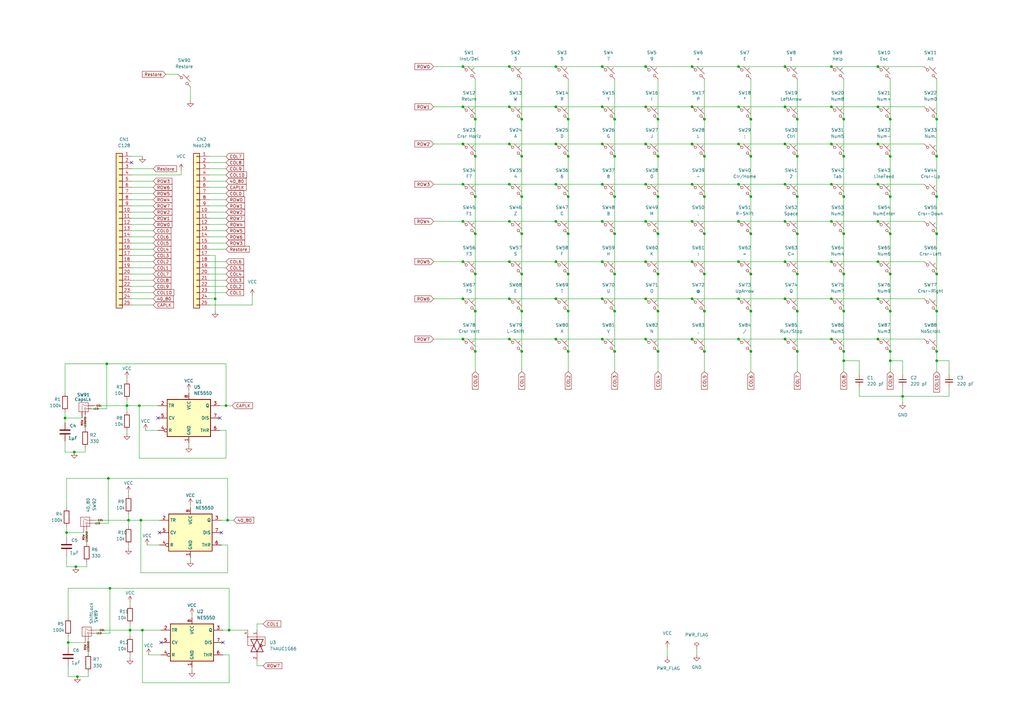
<source format=kicad_sch>
(kicad_sch (version 20211123) (generator eeschema)
  (paper "A3")
  (junction (at 370.205 162.56) (diameter 0.9144))
  (junction (at 43.815 149.225))
  (junction (at 321.945 59.055) (diameter 0.9144))
  (junction (at 227.965 43.815) (diameter 0.9144))
  (junction (at 26.67 171.45))
  (junction (at 321.945 27.305) (diameter 0.9144))
  (junction (at 360.045 75.565) (diameter 0.9144))
  (junction (at 233.045 80.645) (diameter 0.9144))
  (junction (at 247.015 27.305) (diameter 0.9144))
  (junction (at 302.895 43.815) (diameter 0.9144))
  (junction (at 27.94 263.525))
  (junction (at 57.785 213.36))
  (junction (at 227.965 107.315) (diameter 0.9144))
  (junction (at 288.925 144.145) (diameter 0.9144))
  (junction (at 264.795 27.305) (diameter 0.9144))
  (junction (at 194.945 144.145) (diameter 0.9144))
  (junction (at 227.965 122.555) (diameter 0.9144))
  (junction (at 269.875 64.135) (diameter 0.9144))
  (junction (at 307.975 127.635) (diameter 0.9144))
  (junction (at 189.865 107.315) (diameter 0.9144))
  (junction (at 208.915 27.305) (diameter 0.9144))
  (junction (at 247.015 107.315) (diameter 0.9144))
  (junction (at 283.845 75.565) (diameter 0.9144))
  (junction (at 346.075 64.135) (diameter 0.9144))
  (junction (at 208.915 43.815) (diameter 0.9144))
  (junction (at 327.025 144.145) (diameter 0.9144))
  (junction (at 340.995 107.315) (diameter 0.9144))
  (junction (at 227.965 59.055) (diameter 0.9144))
  (junction (at 321.945 139.065) (diameter 0.9144))
  (junction (at 213.995 48.895) (diameter 0.9144))
  (junction (at 57.15 166.37))
  (junction (at 283.845 139.065) (diameter 0.9144))
  (junction (at 360.045 90.805) (diameter 0.9144))
  (junction (at 302.895 59.055) (diameter 0.9144))
  (junction (at 288.925 80.645) (diameter 0.9144))
  (junction (at 58.42 258.445))
  (junction (at 227.965 139.065) (diameter 0.9144))
  (junction (at 340.995 90.805) (diameter 0.9144))
  (junction (at 189.865 139.065) (diameter 0.9144))
  (junction (at 384.175 64.135) (diameter 0.9144))
  (junction (at 307.975 112.395) (diameter 0.9144))
  (junction (at 307.975 80.645) (diameter 0.9144))
  (junction (at 52.07 166.37))
  (junction (at 247.015 59.055) (diameter 0.9144))
  (junction (at 264.795 107.315) (diameter 0.9144))
  (junction (at 213.995 112.395) (diameter 0.9144))
  (junction (at 365.125 144.145) (diameter 0.9144))
  (junction (at 288.925 127.635) (diameter 0.9144))
  (junction (at 252.095 48.895) (diameter 0.9144))
  (junction (at 288.925 64.135) (diameter 0.9144))
  (junction (at 340.995 59.055) (diameter 0.9144))
  (junction (at 247.015 139.065) (diameter 0.9144))
  (junction (at 307.975 144.145) (diameter 0.9144))
  (junction (at 233.045 64.135) (diameter 0.9144))
  (junction (at 360.045 59.055) (diameter 0.9144))
  (junction (at 360.045 107.315) (diameter 0.9144))
  (junction (at 340.995 122.555) (diameter 0.9144))
  (junction (at 189.865 122.555) (diameter 0.9144))
  (junction (at 346.075 80.645) (diameter 0.9144))
  (junction (at 93.345 213.36))
  (junction (at 189.865 27.305))
  (junction (at 321.945 90.805) (diameter 0.9144))
  (junction (at 208.915 122.555) (diameter 0.9144))
  (junction (at 340.995 139.065) (diameter 0.9144))
  (junction (at 346.075 127.635) (diameter 0.9144))
  (junction (at 346.075 147.955) (diameter 0.9144))
  (junction (at 264.795 90.805) (diameter 0.9144))
  (junction (at 194.945 80.645) (diameter 0.9144))
  (junction (at 208.915 139.065) (diameter 0.9144))
  (junction (at 288.925 95.885) (diameter 0.9144))
  (junction (at 327.025 80.645) (diameter 0.9144))
  (junction (at 384.175 127.635) (diameter 0.9144))
  (junction (at 233.045 127.635) (diameter 0.9144))
  (junction (at 247.015 122.555) (diameter 0.9144))
  (junction (at 252.095 112.395) (diameter 0.9144))
  (junction (at 340.995 43.815) (diameter 0.9144))
  (junction (at 213.995 127.635) (diameter 0.9144))
  (junction (at 233.045 112.395) (diameter 0.9144))
  (junction (at 264.795 59.055) (diameter 0.9144))
  (junction (at 45.085 241.3))
  (junction (at 360.045 43.815) (diameter 0.9144))
  (junction (at 213.995 64.135) (diameter 0.9144))
  (junction (at 340.995 27.305) (diameter 0.9144))
  (junction (at 194.945 112.395) (diameter 0.9144))
  (junction (at 288.925 48.895) (diameter 0.9144))
  (junction (at 384.175 95.885) (diameter 0.9144))
  (junction (at 327.025 64.135) (diameter 0.9144))
  (junction (at 88.265 122.555) (diameter 0.9144))
  (junction (at 283.845 59.055) (diameter 0.9144))
  (junction (at 384.175 112.395) (diameter 0.9144))
  (junction (at 321.945 75.565) (diameter 0.9144))
  (junction (at 208.915 90.805) (diameter 0.9144))
  (junction (at 283.845 90.805) (diameter 0.9144))
  (junction (at 252.095 127.635) (diameter 0.9144))
  (junction (at 252.095 80.645) (diameter 0.9144))
  (junction (at 269.875 80.645) (diameter 0.9144))
  (junction (at 327.025 112.395) (diameter 0.9144))
  (junction (at 53.34 258.445))
  (junction (at 269.875 112.395) (diameter 0.9144))
  (junction (at 233.045 48.895) (diameter 0.9144))
  (junction (at 208.915 107.315) (diameter 0.9144))
  (junction (at 247.015 43.815) (diameter 0.9144))
  (junction (at 365.125 127.635) (diameter 0.9144))
  (junction (at 321.945 107.315) (diameter 0.9144))
  (junction (at 31.115 232.41))
  (junction (at 360.045 139.065) (diameter 0.9144))
  (junction (at 307.975 95.885) (diameter 0.9144))
  (junction (at 93.98 258.445))
  (junction (at 213.995 144.145) (diameter 0.9144))
  (junction (at 283.845 122.555) (diameter 0.9144))
  (junction (at 365.125 147.955) (diameter 0.9144))
  (junction (at 346.075 144.145) (diameter 0.9144))
  (junction (at 321.945 43.815) (diameter 0.9144))
  (junction (at 252.095 95.885) (diameter 0.9144))
  (junction (at 233.045 95.885) (diameter 0.9144))
  (junction (at 264.795 139.065) (diameter 0.9144))
  (junction (at 208.915 75.565) (diameter 0.9144))
  (junction (at 360.045 122.555) (diameter 0.9144))
  (junction (at 189.865 75.565) (diameter 0.9144))
  (junction (at 346.075 95.885) (diameter 0.9144))
  (junction (at 327.025 127.635) (diameter 0.9144))
  (junction (at 321.945 122.555) (diameter 0.9144))
  (junction (at 283.845 27.305) (diameter 0.9144))
  (junction (at 252.095 144.145) (diameter 0.9144))
  (junction (at 283.845 43.815) (diameter 0.9144))
  (junction (at 227.965 75.565) (diameter 0.9144))
  (junction (at 44.45 196.215))
  (junction (at 302.895 27.305) (diameter 0.9144))
  (junction (at 365.125 48.895) (diameter 0.9144))
  (junction (at 213.995 80.645) (diameter 0.9144))
  (junction (at 384.175 147.955) (diameter 0.9144))
  (junction (at 194.945 95.885) (diameter 0.9144))
  (junction (at 307.975 64.135) (diameter 0.9144))
  (junction (at 307.975 48.895) (diameter 0.9144))
  (junction (at 264.795 122.555) (diameter 0.9144))
  (junction (at 340.995 75.565) (diameter 0.9144))
  (junction (at 365.125 95.885) (diameter 0.9144))
  (junction (at 327.025 48.895) (diameter 0.9144))
  (junction (at 194.945 48.895))
  (junction (at 365.125 112.395) (diameter 0.9144))
  (junction (at 264.795 75.565) (diameter 0.9144))
  (junction (at 30.48 185.42))
  (junction (at 208.915 59.055) (diameter 0.9144))
  (junction (at 264.795 43.815) (diameter 0.9144))
  (junction (at 302.895 122.555) (diameter 0.9144))
  (junction (at 233.045 144.145) (diameter 0.9144))
  (junction (at 194.945 64.135) (diameter 0.9144))
  (junction (at 346.075 48.895) (diameter 0.9144))
  (junction (at 189.865 43.815))
  (junction (at 189.865 59.055) (diameter 0.9144))
  (junction (at 384.175 48.895) (diameter 0.9144))
  (junction (at 213.995 95.885) (diameter 0.9144))
  (junction (at 302.895 90.805) (diameter 0.9144))
  (junction (at 247.015 75.565) (diameter 0.9144))
  (junction (at 302.895 75.565) (diameter 0.9144))
  (junction (at 360.045 27.305) (diameter 0.9144))
  (junction (at 302.895 107.315) (diameter 0.9144))
  (junction (at 283.845 107.315) (diameter 0.9144))
  (junction (at 269.875 144.145) (diameter 0.9144))
  (junction (at 269.875 127.635) (diameter 0.9144))
  (junction (at 346.075 112.395) (diameter 0.9144))
  (junction (at 269.875 48.895) (diameter 0.9144))
  (junction (at 194.945 127.635) (diameter 0.9144))
  (junction (at 227.965 27.305) (diameter 0.9144))
  (junction (at 384.175 144.145) (diameter 0.9144))
  (junction (at 52.705 213.36))
  (junction (at 269.875 95.885) (diameter 0.9144))
  (junction (at 384.175 80.645) (diameter 0.9144))
  (junction (at 302.895 139.065) (diameter 0.9144))
  (junction (at 327.025 95.885) (diameter 0.9144))
  (junction (at 247.015 90.805) (diameter 0.9144))
  (junction (at 365.125 64.135) (diameter 0.9144))
  (junction (at 189.865 90.805) (diameter 0.9144))
  (junction (at 227.965 90.805) (diameter 0.9144))
  (junction (at 365.125 80.645) (diameter 0.9144))
  (junction (at 252.095 64.135) (diameter 0.9144))
  (junction (at 27.305 218.44))
  (junction (at 31.75 277.495))
  (junction (at 288.925 112.395) (diameter 0.9144))
  (junction (at 92.71 166.37))
  (no_connect (at 90.805 218.44))
  (no_connect (at 64.77 171.45))
  (no_connect (at 90.17 171.45))
  (no_connect (at 53.975 66.675))
  (no_connect (at 65.405 218.44))
  (no_connect (at 66.04 263.525))
  (no_connect (at 91.44 263.525))
  (wire (pts (xy 78.105 207.01) (xy 78.105 208.28)))
  (wire (pts (xy 194.945 32.385) (xy 194.945 48.895)))
  (wire (pts (xy 194.945 64.135) (xy 194.945 80.645)))
  (wire (pts (xy 194.945 80.645) (xy 194.945 95.885)))
  (wire (pts (xy 194.945 95.885) (xy 194.945 112.395)))
  (wire (pts (xy 194.945 112.395) (xy 194.945 127.635)))
  (wire (pts (xy 194.945 127.635) (xy 194.945 144.145)))
  (wire (pts (xy 194.945 144.145) (xy 194.945 152.4)))
  (wire (pts (xy 389.255 158.75) (xy 389.255 162.56)))
  (wire (pts (xy 389.255 162.56) (xy 370.205 162.56)))
  (wire (pts (xy 90.17 176.53) (xy 92.71 176.53)))
  (wire (pts (xy 27.305 232.41) (xy 31.115 232.41)))
  (wire (pts (xy 35.56 232.41) (xy 31.115 232.41)))
  (wire (pts (xy 53.975 120.015) (xy 62.865 120.015)))
  (wire (pts (xy 39.37 213.36) (xy 52.705 213.36)))
  (wire (pts (xy 58.42 280.035) (xy 58.42 258.445)))
  (wire (pts (xy 52.07 166.37) (xy 52.07 168.91)))
  (wire (pts (xy 53.975 79.375) (xy 62.865 79.375)))
  (wire (pts (xy 57.785 234.95) (xy 57.785 213.36)))
  (wire (pts (xy 38.735 166.37) (xy 52.07 166.37)))
  (wire (pts (xy 36.195 277.495) (xy 31.75 277.495)))
  (wire (pts (xy 352.425 147.955) (xy 346.075 147.955)))
  (wire (pts (xy 352.425 153.67) (xy 352.425 147.955)))
  (wire (pts (xy 27.94 263.525) (xy 34.925 263.525)))
  (wire (pts (xy 288.925 32.385) (xy 288.925 48.895)))
  (wire (pts (xy 288.925 48.895) (xy 288.925 64.135)))
  (wire (pts (xy 288.925 64.135) (xy 288.925 80.645)))
  (wire (pts (xy 288.925 80.645) (xy 288.925 95.885)))
  (wire (pts (xy 288.925 95.885) (xy 288.925 112.395)))
  (wire (pts (xy 288.925 112.395) (xy 288.925 127.635)))
  (wire (pts (xy 288.925 127.635) (xy 288.925 144.145)))
  (wire (pts (xy 288.925 144.145) (xy 288.925 152.4)))
  (wire (pts (xy 27.305 227.965) (xy 27.305 232.41)))
  (wire (pts (xy 52.07 166.37) (xy 57.15 166.37)))
  (wire (pts (xy 53.975 86.995) (xy 62.865 86.995)))
  (wire (pts (xy 34.925 183.515) (xy 34.925 185.42)))
  (wire (pts (xy 67.945 30.48) (xy 73.025 30.48)))
  (wire (pts (xy 53.975 122.555) (xy 62.865 122.555)))
  (wire (pts (xy 85.725 74.295) (xy 92.71 74.295)))
  (wire (pts (xy 189.865 27.305) (xy 208.915 27.305)))
  (wire (pts (xy 27.94 260.985) (xy 27.94 263.525)))
  (wire (pts (xy 40.005 258.445) (xy 53.34 258.445)))
  (wire (pts (xy 52.07 154.94) (xy 52.07 156.21)))
  (wire (pts (xy 26.67 149.225) (xy 43.815 149.225)))
  (wire (pts (xy 352.425 158.75) (xy 352.425 162.56)))
  (wire (pts (xy 352.425 162.56) (xy 370.205 162.56)))
  (wire (pts (xy 53.975 104.775) (xy 62.865 104.775)))
  (wire (pts (xy 78.74 252.095) (xy 78.74 253.365)))
  (wire (pts (xy 57.785 213.36) (xy 65.405 213.36)))
  (wire (pts (xy 88.265 104.775) (xy 85.725 104.775)))
  (wire (pts (xy 88.265 122.555) (xy 88.265 104.775)))
  (wire (pts (xy 88.265 127.635) (xy 88.265 122.555)))
  (wire (pts (xy 53.975 71.755) (xy 74.295 71.755)))
  (wire (pts (xy 74.295 71.755) (xy 74.295 69.85)))
  (wire (pts (xy 213.995 32.385) (xy 213.995 48.895)))
  (wire (pts (xy 213.995 48.895) (xy 213.995 64.135)))
  (wire (pts (xy 213.995 64.135) (xy 213.995 80.645)))
  (wire (pts (xy 213.995 80.645) (xy 213.995 95.885)))
  (wire (pts (xy 213.995 95.885) (xy 213.995 112.395)))
  (wire (pts (xy 213.995 112.395) (xy 213.995 127.635)))
  (wire (pts (xy 213.995 127.635) (xy 213.995 144.145)))
  (wire (pts (xy 213.995 144.145) (xy 213.995 152.4)))
  (wire (pts (xy 105.41 255.905) (xy 107.95 255.905)))
  (wire (pts (xy 57.15 166.37) (xy 64.77 166.37)))
  (wire (pts (xy 85.725 71.755) (xy 92.71 71.755)))
  (wire (pts (xy 194.945 48.895) (xy 194.945 64.135)))
  (wire (pts (xy 77.47 181.61) (xy 77.47 182.88)))
  (wire (pts (xy 285.75 266.065) (xy 285.75 268.605)))
  (wire (pts (xy 177.8 107.315) (xy 189.865 107.315)))
  (wire (pts (xy 189.865 107.315) (xy 208.915 107.315)))
  (wire (pts (xy 208.915 107.315) (xy 227.965 107.315)))
  (wire (pts (xy 227.965 107.315) (xy 247.015 107.315)))
  (wire (pts (xy 247.015 107.315) (xy 264.795 107.315)))
  (wire (pts (xy 264.795 107.315) (xy 283.845 107.315)))
  (wire (pts (xy 283.845 107.315) (xy 302.895 107.315)))
  (wire (pts (xy 302.895 107.315) (xy 321.945 107.315)))
  (wire (pts (xy 321.945 107.315) (xy 340.995 107.315)))
  (wire (pts (xy 340.995 107.315) (xy 360.045 107.315)))
  (wire (pts (xy 360.045 107.315) (xy 379.095 107.315)))
  (wire (pts (xy 177.8 139.065) (xy 189.865 139.065)))
  (wire (pts (xy 189.865 139.065) (xy 208.915 139.065)))
  (wire (pts (xy 208.915 139.065) (xy 227.965 139.065)))
  (wire (pts (xy 227.965 139.065) (xy 247.015 139.065)))
  (wire (pts (xy 247.015 139.065) (xy 264.795 139.065)))
  (wire (pts (xy 264.795 139.065) (xy 283.845 139.065)))
  (wire (pts (xy 283.845 139.065) (xy 302.895 139.065)))
  (wire (pts (xy 302.895 139.065) (xy 321.945 139.065)))
  (wire (pts (xy 321.945 139.065) (xy 340.995 139.065)))
  (wire (pts (xy 340.995 139.065) (xy 360.045 139.065)))
  (wire (pts (xy 360.045 139.065) (xy 379.095 139.065)))
  (wire (pts (xy 26.67 180.975) (xy 26.67 185.42)))
  (wire (pts (xy 78.74 273.685) (xy 78.74 274.955)))
  (wire (pts (xy 36.195 262.255) (xy 36.195 267.97)))
  (wire (pts (xy 53.975 109.855) (xy 62.865 109.855)))
  (wire (pts (xy 85.725 122.555) (xy 88.265 122.555)))
  (wire (pts (xy 52.07 163.83) (xy 52.07 166.37)))
  (wire (pts (xy 85.725 76.835) (xy 92.71 76.835)))
  (wire (pts (xy 65.405 223.52) (xy 60.325 223.52)))
  (wire (pts (xy 93.98 258.445) (xy 101.6 258.445)))
  (wire (pts (xy 78.105 35.56) (xy 78.105 41.275)))
  (wire (pts (xy 53.975 76.835) (xy 62.865 76.835)))
  (wire (pts (xy 78.105 228.6) (xy 78.105 229.87)))
  (wire (pts (xy 327.025 32.385) (xy 327.025 48.895)))
  (wire (pts (xy 327.025 48.895) (xy 327.025 64.135)))
  (wire (pts (xy 327.025 64.135) (xy 327.025 80.645)))
  (wire (pts (xy 327.025 80.645) (xy 327.025 95.885)))
  (wire (pts (xy 327.025 95.885) (xy 327.025 112.395)))
  (wire (pts (xy 327.025 112.395) (xy 327.025 127.635)))
  (wire (pts (xy 327.025 127.635) (xy 327.025 144.145)))
  (wire (pts (xy 327.025 144.145) (xy 327.025 152.4)))
  (wire (pts (xy 53.34 247.015) (xy 53.34 248.285)))
  (wire (pts (xy 34.925 185.42) (xy 30.48 185.42)))
  (wire (pts (xy 85.725 102.235) (xy 92.71 102.235)))
  (wire (pts (xy 44.45 196.215) (xy 93.345 196.215)))
  (wire (pts (xy 93.98 268.605) (xy 93.98 280.035)))
  (wire (pts (xy 307.975 32.385) (xy 307.975 48.895)))
  (wire (pts (xy 307.975 48.895) (xy 307.975 64.135)))
  (wire (pts (xy 307.975 64.135) (xy 307.975 80.645)))
  (wire (pts (xy 307.975 80.645) (xy 307.975 95.885)))
  (wire (pts (xy 307.975 95.885) (xy 307.975 112.395)))
  (wire (pts (xy 307.975 112.395) (xy 307.975 127.635)))
  (wire (pts (xy 307.975 127.635) (xy 307.975 144.145)))
  (wire (pts (xy 307.975 144.145) (xy 307.975 152.4)))
  (wire (pts (xy 44.45 214.63) (xy 44.45 196.215)))
  (wire (pts (xy 53.34 258.445) (xy 58.42 258.445)))
  (wire (pts (xy 52.705 213.36) (xy 52.705 215.9)))
  (wire (pts (xy 85.725 107.315) (xy 92.71 107.315)))
  (wire (pts (xy 85.725 86.995) (xy 92.71 86.995)))
  (wire (pts (xy 269.875 32.385) (xy 269.875 48.895)))
  (wire (pts (xy 269.875 48.895) (xy 269.875 64.135)))
  (wire (pts (xy 269.875 64.135) (xy 269.875 80.645)))
  (wire (pts (xy 269.875 80.645) (xy 269.875 95.885)))
  (wire (pts (xy 269.875 95.885) (xy 269.875 112.395)))
  (wire (pts (xy 269.875 112.395) (xy 269.875 127.635)))
  (wire (pts (xy 269.875 127.635) (xy 269.875 144.145)))
  (wire (pts (xy 269.875 144.145) (xy 269.875 152.4)))
  (wire (pts (xy 27.305 218.44) (xy 27.305 220.345)))
  (wire (pts (xy 26.67 185.42) (xy 30.48 185.42)))
  (wire (pts (xy 93.98 280.035) (xy 58.42 280.035)))
  (wire (pts (xy 52.705 223.52) (xy 52.705 224.79)))
  (wire (pts (xy 52.705 201.93) (xy 52.705 203.2)))
  (wire (pts (xy 384.175 32.385) (xy 384.175 48.895)))
  (wire (pts (xy 384.175 48.895) (xy 384.175 64.135)))
  (wire (pts (xy 384.175 64.135) (xy 384.175 80.645)))
  (wire (pts (xy 384.175 80.645) (xy 384.175 95.885)))
  (wire (pts (xy 384.175 95.885) (xy 384.175 112.395)))
  (wire (pts (xy 384.175 112.395) (xy 384.175 127.635)))
  (wire (pts (xy 384.175 127.635) (xy 384.175 144.145)))
  (wire (pts (xy 384.175 144.145) (xy 384.175 147.955)))
  (wire (pts (xy 384.175 147.955) (xy 384.175 152.4)))
  (wire (pts (xy 85.725 84.455) (xy 92.71 84.455)))
  (wire (pts (xy 27.94 263.525) (xy 27.94 265.43)))
  (wire (pts (xy 27.305 208.28) (xy 27.305 196.215)))
  (wire (pts (xy 53.975 97.155) (xy 62.865 97.155)))
  (wire (pts (xy 92.71 166.37) (xy 90.17 166.37)))
  (wire (pts (xy 370.205 158.75) (xy 370.205 162.56)))
  (wire (pts (xy 370.205 162.56) (xy 370.205 165.1)))
  (wire (pts (xy 252.095 32.385) (xy 252.095 48.895)))
  (wire (pts (xy 252.095 48.895) (xy 252.095 64.135)))
  (wire (pts (xy 252.095 64.135) (xy 252.095 80.645)))
  (wire (pts (xy 252.095 80.645) (xy 252.095 95.885)))
  (wire (pts (xy 252.095 95.885) (xy 252.095 112.395)))
  (wire (pts (xy 252.095 112.395) (xy 252.095 127.635)))
  (wire (pts (xy 252.095 127.635) (xy 252.095 144.145)))
  (wire (pts (xy 252.095 144.145) (xy 252.095 152.4)))
  (wire (pts (xy 45.085 259.715) (xy 45.085 241.3)))
  (wire (pts (xy 370.205 147.955) (xy 365.125 147.955)))
  (wire (pts (xy 370.205 153.67) (xy 370.205 147.955)))
  (wire (pts (xy 389.255 147.955) (xy 384.175 147.955)))
  (wire (pts (xy 389.255 153.67) (xy 389.255 147.955)))
  (wire (pts (xy 85.725 117.475) (xy 92.71 117.475)))
  (wire (pts (xy 93.98 241.3) (xy 93.98 258.445)))
  (wire (pts (xy 85.725 79.375) (xy 92.71 79.375)))
  (wire (pts (xy 36.195 275.59) (xy 36.195 277.495)))
  (wire (pts (xy 26.67 161.29) (xy 26.67 149.225)))
  (wire (pts (xy 27.94 273.05) (xy 27.94 277.495)))
  (wire (pts (xy 53.975 94.615) (xy 62.865 94.615)))
  (wire (pts (xy 53.975 117.475) (xy 62.865 117.475)))
  (wire (pts (xy 346.075 32.385) (xy 346.075 48.895)))
  (wire (pts (xy 346.075 48.895) (xy 346.075 64.135)))
  (wire (pts (xy 346.075 64.135) (xy 346.075 80.645)))
  (wire (pts (xy 346.075 80.645) (xy 346.075 95.885)))
  (wire (pts (xy 346.075 95.885) (xy 346.075 112.395)))
  (wire (pts (xy 346.075 112.395) (xy 346.075 127.635)))
  (wire (pts (xy 346.075 127.635) (xy 346.075 144.145)))
  (wire (pts (xy 346.075 144.145) (xy 346.075 147.955)))
  (wire (pts (xy 346.075 147.955) (xy 346.075 152.4)))
  (wire (pts (xy 34.925 170.18) (xy 34.925 175.895)))
  (wire (pts (xy 27.305 218.44) (xy 34.29 218.44)))
  (wire (pts (xy 93.345 196.215) (xy 93.345 213.36)))
  (wire (pts (xy 53.34 258.445) (xy 53.34 260.985)))
  (wire (pts (xy 53.975 114.935) (xy 62.865 114.935)))
  (wire (pts (xy 53.975 125.095) (xy 62.865 125.095)))
  (wire (pts (xy 177.8 59.055) (xy 189.865 59.055)))
  (wire (pts (xy 189.865 59.055) (xy 208.915 59.055)))
  (wire (pts (xy 208.915 59.055) (xy 227.965 59.055)))
  (wire (pts (xy 227.965 59.055) (xy 247.015 59.055)))
  (wire (pts (xy 247.015 59.055) (xy 264.795 59.055)))
  (wire (pts (xy 264.795 59.055) (xy 283.845 59.055)))
  (wire (pts (xy 283.845 59.055) (xy 302.895 59.055)))
  (wire (pts (xy 302.895 59.055) (xy 321.945 59.055)))
  (wire (pts (xy 321.945 59.055) (xy 340.995 59.055)))
  (wire (pts (xy 340.995 59.055) (xy 360.045 59.055)))
  (wire (pts (xy 360.045 59.055) (xy 379.095 59.055)))
  (wire (pts (xy 53.975 74.295) (xy 62.865 74.295)))
  (wire (pts (xy 53.34 268.605) (xy 53.34 269.875)))
  (wire (pts (xy 43.815 167.64) (xy 43.815 149.225)))
  (wire (pts (xy 53.975 99.695) (xy 62.865 99.695)))
  (wire (pts (xy 85.725 120.015) (xy 92.71 120.015)))
  (wire (pts (xy 177.8 122.555) (xy 189.865 122.555)))
  (wire (pts (xy 189.865 122.555) (xy 208.915 122.555)))
  (wire (pts (xy 208.915 122.555) (xy 227.965 122.555)))
  (wire (pts (xy 227.965 122.555) (xy 247.015 122.555)))
  (wire (pts (xy 247.015 122.555) (xy 264.795 122.555)))
  (wire (pts (xy 264.795 122.555) (xy 283.845 122.555)))
  (wire (pts (xy 283.845 122.555) (xy 302.895 122.555)))
  (wire (pts (xy 302.895 122.555) (xy 321.945 122.555)))
  (wire (pts (xy 321.945 122.555) (xy 340.995 122.555)))
  (wire (pts (xy 340.995 122.555) (xy 360.045 122.555)))
  (wire (pts (xy 360.045 122.555) (xy 379.095 122.555)))
  (wire (pts (xy 233.045 32.385) (xy 233.045 48.895)))
  (wire (pts (xy 233.045 48.895) (xy 233.045 64.135)))
  (wire (pts (xy 233.045 64.135) (xy 233.045 80.645)))
  (wire (pts (xy 233.045 80.645) (xy 233.045 95.885)))
  (wire (pts (xy 233.045 95.885) (xy 233.045 112.395)))
  (wire (pts (xy 233.045 112.395) (xy 233.045 127.635)))
  (wire (pts (xy 233.045 127.635) (xy 233.045 144.145)))
  (wire (pts (xy 233.045 144.145) (xy 233.045 152.4)))
  (wire (pts (xy 177.8 75.565) (xy 189.865 75.565)))
  (wire (pts (xy 189.865 75.565) (xy 208.915 75.565)))
  (wire (pts (xy 208.915 75.565) (xy 227.965 75.565)))
  (wire (pts (xy 227.965 75.565) (xy 247.015 75.565)))
  (wire (pts (xy 247.015 75.565) (xy 264.795 75.565)))
  (wire (pts (xy 264.795 75.565) (xy 283.845 75.565)))
  (wire (pts (xy 283.845 75.565) (xy 302.895 75.565)))
  (wire (pts (xy 302.895 75.565) (xy 321.945 75.565)))
  (wire (pts (xy 321.945 75.565) (xy 340.995 75.565)))
  (wire (pts (xy 340.995 75.565) (xy 360.045 75.565)))
  (wire (pts (xy 360.045 75.565) (xy 379.095 75.565)))
  (wire (pts (xy 66.04 268.605) (xy 60.96 268.605)))
  (wire (pts (xy 53.975 112.395) (xy 62.865 112.395)))
  (wire (pts (xy 27.94 253.365) (xy 27.94 241.3)))
  (wire (pts (xy 85.725 94.615) (xy 92.71 94.615)))
  (wire (pts (xy 27.94 241.3) (xy 45.085 241.3)))
  (wire (pts (xy 26.67 168.91) (xy 26.67 171.45)))
  (wire (pts (xy 92.71 166.37) (xy 95.25 166.37)))
  (wire (pts (xy 105.41 273.05) (xy 105.41 271.145)))
  (wire (pts (xy 53.975 69.215) (xy 62.865 69.215)))
  (wire (pts (xy 53.975 102.235) (xy 62.865 102.235)))
  (wire (pts (xy 58.42 258.445) (xy 66.04 258.445)))
  (wire (pts (xy 52.705 213.36) (xy 57.785 213.36)))
  (wire (pts (xy 93.345 213.36) (xy 90.805 213.36)))
  (wire (pts (xy 77.47 160.02) (xy 77.47 161.29)))
  (wire (pts (xy 85.725 66.675) (xy 92.71 66.675)))
  (wire (pts (xy 85.725 89.535) (xy 92.71 89.535)))
  (wire (pts (xy 53.975 84.455) (xy 62.865 84.455)))
  (wire (pts (xy 53.975 92.075) (xy 62.865 92.075)))
  (wire (pts (xy 365.125 32.385) (xy 365.125 48.895)))
  (wire (pts (xy 365.125 48.895) (xy 365.125 64.135)))
  (wire (pts (xy 365.125 64.135) (xy 365.125 80.645)))
  (wire (pts (xy 365.125 80.645) (xy 365.125 95.885)))
  (wire (pts (xy 365.125 95.885) (xy 365.125 112.395)))
  (wire (pts (xy 365.125 112.395) (xy 365.125 127.635)))
  (wire (pts (xy 365.125 127.635) (xy 365.125 144.145)))
  (wire (pts (xy 365.125 144.145) (xy 365.125 147.955)))
  (wire (pts (xy 365.125 147.955) (xy 365.125 152.4)))
  (wire (pts (xy 91.44 268.605) (xy 93.98 268.605)))
  (wire (pts (xy 52.705 210.82) (xy 52.705 213.36)))
  (wire (pts (xy 45.085 241.3) (xy 93.98 241.3)))
  (wire (pts (xy 107.95 273.05) (xy 105.41 273.05)))
  (wire (pts (xy 93.345 213.36) (xy 95.885 213.36)))
  (wire (pts (xy 103.505 121.285) (xy 103.505 125.095)))
  (wire (pts (xy 103.505 125.095) (xy 85.725 125.095)))
  (wire (pts (xy 52.07 176.53) (xy 52.07 177.8)))
  (wire (pts (xy 26.67 171.45) (xy 33.655 171.45)))
  (wire (pts (xy 43.815 149.225) (xy 92.71 149.225)))
  (wire (pts (xy 85.725 99.695) (xy 92.71 99.695)))
  (wire (pts (xy 93.98 258.445) (xy 91.44 258.445)))
  (wire (pts (xy 53.34 255.905) (xy 53.34 258.445)))
  (wire (pts (xy 90.805 223.52) (xy 93.345 223.52)))
  (wire (pts (xy 93.345 234.95) (xy 57.785 234.95)))
  (wire (pts (xy 35.56 217.17) (xy 35.56 222.885)))
  (wire (pts (xy 85.725 109.855) (xy 92.71 109.855)))
  (wire (pts (xy 53.975 89.535) (xy 62.865 89.535)))
  (wire (pts (xy 85.725 92.075) (xy 92.71 92.075)))
  (wire (pts (xy 53.975 107.315) (xy 62.865 107.315)))
  (wire (pts (xy 177.8 27.305) (xy 189.865 27.305)))
  (wire (pts (xy 208.915 27.305) (xy 227.965 27.305)))
  (wire (pts (xy 227.965 27.305) (xy 247.015 27.305)))
  (wire (pts (xy 247.015 27.305) (xy 264.795 27.305)))
  (wire (pts (xy 264.795 27.305) (xy 283.845 27.305)))
  (wire (pts (xy 283.845 27.305) (xy 302.895 27.305)))
  (wire (pts (xy 302.895 27.305) (xy 321.945 27.305)))
  (wire (pts (xy 321.945 27.305) (xy 340.995 27.305)))
  (wire (pts (xy 340.995 27.305) (xy 360.045 27.305)))
  (wire (pts (xy 360.045 27.305) (xy 379.095 27.305)))
  (wire (pts (xy 38.735 259.715) (xy 45.085 259.715)))
  (wire (pts (xy 57.15 187.96) (xy 57.15 166.37)))
  (wire (pts (xy 53.975 64.135) (xy 58.42 64.135)))
  (wire (pts (xy 177.8 90.805) (xy 189.865 90.805)))
  (wire (pts (xy 189.865 90.805) (xy 208.915 90.805)))
  (wire (pts (xy 208.915 90.805) (xy 227.965 90.805)))
  (wire (pts (xy 227.965 90.805) (xy 247.015 90.805)))
  (wire (pts (xy 247.015 90.805) (xy 264.795 90.805)))
  (wire (pts (xy 264.795 90.805) (xy 283.845 90.805)))
  (wire (pts (xy 283.845 90.805) (xy 302.895 90.805)))
  (wire (pts (xy 302.895 90.805) (xy 321.945 90.805)))
  (wire (pts (xy 321.945 90.805) (xy 340.995 90.805)))
  (wire (pts (xy 340.995 90.805) (xy 360.045 90.805)))
  (wire (pts (xy 360.045 90.805) (xy 379.095 90.805)))
  (wire (pts (xy 85.725 64.135) (xy 92.71 64.135)))
  (wire (pts (xy 27.305 215.9) (xy 27.305 218.44)))
  (wire (pts (xy 92.71 187.96) (xy 57.15 187.96)))
  (wire (pts (xy 38.1 214.63) (xy 44.45 214.63)))
  (wire (pts (xy 85.725 114.935) (xy 92.71 114.935)))
  (wire (pts (xy 105.41 258.445) (xy 105.41 255.905)))
  (wire (pts (xy 26.67 171.45) (xy 26.67 173.355)))
  (wire (pts (xy 189.865 43.815) (xy 208.915 43.815)))
  (wire (pts (xy 85.725 69.215) (xy 92.71 69.215)))
  (wire (pts (xy 92.71 149.225) (xy 92.71 166.37)))
  (wire (pts (xy 37.465 167.64) (xy 43.815 167.64)))
  (wire (pts (xy 85.725 81.915) (xy 92.71 81.915)))
  (wire (pts (xy 35.56 230.505) (xy 35.56 232.41)))
  (wire (pts (xy 85.725 97.155) (xy 92.71 97.155)))
  (wire (pts (xy 273.685 265.43) (xy 273.685 269.24)))
  (wire (pts (xy 85.725 112.395) (xy 92.71 112.395)))
  (wire (pts (xy 27.94 277.495) (xy 31.75 277.495)))
  (wire (pts (xy 177.8 43.815) (xy 189.865 43.815)))
  (wire (pts (xy 208.915 43.815) (xy 227.965 43.815)))
  (wire (pts (xy 227.965 43.815) (xy 247.015 43.815)))
  (wire (pts (xy 247.015 43.815) (xy 264.795 43.815)))
  (wire (pts (xy 264.795 43.815) (xy 283.845 43.815)))
  (wire (pts (xy 283.845 43.815) (xy 302.895 43.815)))
  (wire (pts (xy 302.895 43.815) (xy 321.945 43.815)))
  (wire (pts (xy 321.945 43.815) (xy 340.995 43.815)))
  (wire (pts (xy 340.995 43.815) (xy 360.045 43.815)))
  (wire (pts (xy 360.045 43.815) (xy 379.095 43.815)))
  (wire (pts (xy 93.345 223.52) (xy 93.345 234.95)))
  (wire (pts (xy 53.975 81.915) (xy 62.865 81.915)))
  (wire (pts (xy 27.305 196.215) (xy 44.45 196.215)))
  (wire (pts (xy 64.77 176.53) (xy 59.69 176.53)))
  (wire (pts (xy 92.71 176.53) (xy 92.71 187.96)))
  (global_label "COL4" (shape input) (at 92.71 112.395 0) (property "Intersheet References" "${INTERSHEET_REFS}" (effects hide)))
  (global_label "ROW7" (shape input) (at 177.8 139.065 180) (property "Intersheet References" "${INTERSHEET_REFS}" (effects hide)))
  (global_label "COL0" (shape input) (at 92.71 79.375 0) (property "Intersheet References" "${INTERSHEET_REFS}" (effects hide)))
  (global_label "COL2" (shape input) (at 62.865 107.315 0) (property "Intersheet References" "${INTERSHEET_REFS}" (effects hide)))
  (global_label "40_80" (shape input) (at 62.865 122.555 0) (property "Intersheet References" "${INTERSHEET_REFS}" (effects hide)))
  (global_label "ROW5" (shape input) (at 62.865 79.375 0) (property "Intersheet References" "${INTERSHEET_REFS}" (effects hide)))
  (global_label "COL10" (shape input) (at 384.175 152.4 270) (property "Intersheet References" "${INTERSHEET_REFS}" (effects hide)))
  (global_label "COL4" (shape input) (at 62.865 102.235 0) (property "Intersheet References" "${INTERSHEET_REFS}" (effects hide)))
  (global_label "COL0" (shape input) (at 194.945 152.4 270) (property "Intersheet References" "${INTERSHEET_REFS}" (effects hide)))
  (global_label "40_80" (shape input) (at 95.885 213.36 0) (property "Intersheet References" "${INTERSHEET_REFS}" (effects hide)))
  (global_label "COL3" (shape input) (at 62.865 104.775 0) (property "Intersheet References" "${INTERSHEET_REFS}" (effects hide)))
  (global_label "COL2" (shape input) (at 92.71 117.475 0) (property "Intersheet References" "${INTERSHEET_REFS}" (effects hide)))
  (global_label "ROW5" (shape input) (at 177.8 107.315 180) (property "Intersheet References" "${INTERSHEET_REFS}" (effects hide)))
  (global_label "COL0" (shape input) (at 62.865 94.615 0) (property "Intersheet References" "${INTERSHEET_REFS}" (effects hide)))
  (global_label "COL5" (shape input) (at 92.71 109.855 0) (property "Intersheet References" "${INTERSHEET_REFS}" (effects hide)))
  (global_label "ROW0" (shape input) (at 62.865 92.075 0) (property "Intersheet References" "${INTERSHEET_REFS}" (effects hide)))
  (global_label "ROW1" (shape input) (at 62.865 89.535 0) (property "Intersheet References" "${INTERSHEET_REFS}" (effects hide)))
  (global_label "ROW6" (shape input) (at 62.865 76.835 0) (property "Intersheet References" "${INTERSHEET_REFS}" (effects hide)))
  (global_label "Restore" (shape input) (at 92.71 102.235 0) (property "Intersheet References" "${INTERSHEET_REFS}" (effects hide)))
  (global_label "ROW2" (shape input) (at 177.8 59.055 180) (property "Intersheet References" "${INTERSHEET_REFS}" (effects hide)))
  (global_label "ROW6" (shape input) (at 177.8 122.555 180) (property "Intersheet References" "${INTERSHEET_REFS}" (effects hide)))
  (global_label "COL1" (shape input) (at 107.95 255.905 0) (property "Intersheet References" "${INTERSHEET_REFS}" (effects hide)))
  (global_label "COL1" (shape input) (at 62.865 109.855 0) (property "Intersheet References" "${INTERSHEET_REFS}" (effects hide)))
  (global_label "40_80" (shape input) (at 92.71 74.295 0) (property "Intersheet References" "${INTERSHEET_REFS}" (effects hide)))
  (global_label "COL7" (shape input) (at 327.025 152.4 270) (property "Intersheet References" "${INTERSHEET_REFS}" (effects hide)))
  (global_label "COL6" (shape input) (at 62.865 97.155 0) (property "Intersheet References" "${INTERSHEET_REFS}" (effects hide)))
  (global_label "ROW0" (shape input) (at 177.8 27.305 180) (property "Intersheet References" "${INTERSHEET_REFS}" (effects hide)))
  (global_label "COL9" (shape input) (at 92.71 69.215 0) (property "Intersheet References" "${INTERSHEET_REFS}" (effects hide)))
  (global_label "COL8" (shape input) (at 62.865 114.935 0) (property "Intersheet References" "${INTERSHEET_REFS}" (effects hide)))
  (global_label "COL10" (shape input) (at 92.71 71.755 0) (property "Intersheet References" "${INTERSHEET_REFS}" (effects hide)))
  (global_label "ROW7" (shape input) (at 92.71 89.535 0) (property "Intersheet References" "${INTERSHEET_REFS}" (effects hide)))
  (global_label "COL3" (shape input) (at 252.095 152.4 270) (property "Intersheet References" "${INTERSHEET_REFS}" (effects hide)))
  (global_label "ROW1" (shape input) (at 92.71 84.455 0) (property "Intersheet References" "${INTERSHEET_REFS}" (effects hide)))
  (global_label "ROW3" (shape input) (at 92.71 99.695 0) (property "Intersheet References" "${INTERSHEET_REFS}" (effects hide)))
  (global_label "CAPLK" (shape input) (at 92.71 76.835 0) (property "Intersheet References" "${INTERSHEET_REFS}" (effects hide)))
  (global_label "COL1" (shape input) (at 213.995 152.4 270) (property "Intersheet References" "${INTERSHEET_REFS}" (effects hide)))
  (global_label "ROW3" (shape input) (at 62.865 74.295 0) (property "Intersheet References" "${INTERSHEET_REFS}" (effects hide)))
  (global_label "COL7" (shape input) (at 62.865 112.395 0) (property "Intersheet References" "${INTERSHEET_REFS}" (effects hide)))
  (global_label "COL8" (shape input) (at 346.075 152.4 270) (property "Intersheet References" "${INTERSHEET_REFS}" (effects hide)))
  (global_label "COL9" (shape input) (at 62.865 117.475 0) (property "Intersheet References" "${INTERSHEET_REFS}" (effects hide)))
  (global_label "CAPLK" (shape input) (at 95.25 166.37 0) (property "Intersheet References" "${INTERSHEET_REFS}" (effects hide)))
  (global_label "COL8" (shape input) (at 92.71 66.675 0) (property "Intersheet References" "${INTERSHEET_REFS}" (effects hide)))
  (global_label "ROW7" (shape input) (at 62.865 84.455 0) (property "Intersheet References" "${INTERSHEET_REFS}" (effects hide)))
  (global_label "COL10" (shape input) (at 62.865 120.015 0) (property "Intersheet References" "${INTERSHEET_REFS}" (effects hide)))
  (global_label "COL4" (shape input) (at 269.875 152.4 270) (property "Intersheet References" "${INTERSHEET_REFS}" (effects hide)))
  (global_label "COL5" (shape input) (at 288.925 152.4 270) (property "Intersheet References" "${INTERSHEET_REFS}" (effects hide)))
  (global_label "COL6" (shape input) (at 307.975 152.4 270) (property "Intersheet References" "${INTERSHEET_REFS}" (effects hide)))
  (global_label "ROW7" (shape input) (at 107.95 273.05 0) (property "Intersheet References" "${INTERSHEET_REFS}" (effects hide)))
  (global_label "ROW4" (shape input) (at 177.8 90.805 180) (property "Intersheet References" "${INTERSHEET_REFS}" (effects hide)))
  (global_label "COL6" (shape input) (at 92.71 107.315 0) (property "Intersheet References" "${INTERSHEET_REFS}" (effects hide)))
  (global_label "ROW6" (shape input) (at 92.71 97.155 0) (property "Intersheet References" "${INTERSHEET_REFS}" (effects hide)))
  (global_label "Restore" (shape input) (at 67.945 30.48 180) (property "Intersheet References" "${INTERSHEET_REFS}" (effects hide)))
  (global_label "Restore" (shape input) (at 62.865 69.215 0) (property "Intersheet References" "${INTERSHEET_REFS}" (effects hide)))
  (global_label "ROW3" (shape input) (at 177.8 75.565 180) (property "Intersheet References" "${INTERSHEET_REFS}" (effects hide)))
  (global_label "ROW4" (shape input) (at 92.71 92.075 0) (property "Intersheet References" "${INTERSHEET_REFS}" (effects hide)))
  (global_label "COL9" (shape input) (at 365.125 152.4 270) (property "Intersheet References" "${INTERSHEET_REFS}" (effects hide)))
  (global_label "COL1" (shape input) (at 92.71 120.015 0) (property "Intersheet References" "${INTERSHEET_REFS}" (effects hide)))
  (global_label "COL3" (shape input) (at 92.71 114.935 0) (property "Intersheet References" "${INTERSHEET_REFS}" (effects hide)))
  (global_label "COL2" (shape input) (at 233.045 152.4 270) (property "Intersheet References" "${INTERSHEET_REFS}" (effects hide)))
  (global_label "CAPLK" (shape input) (at 62.865 125.095 0) (property "Intersheet References" "${INTERSHEET_REFS}" (effects hide)))
  (global_label "COL5" (shape input) (at 62.865 99.695 0) (property "Intersheet References" "${INTERSHEET_REFS}" (effects hide)))
  (global_label "ROW2" (shape input) (at 92.71 86.995 0) (property "Intersheet References" "${INTERSHEET_REFS}" (effects hide)))
  (global_label "ROW5" (shape input) (at 92.71 94.615 0) (property "Intersheet References" "${INTERSHEET_REFS}" (effects hide)))
  (global_label "ROW0" (shape input) (at 92.71 81.915 0) (property "Intersheet References" "${INTERSHEET_REFS}" (effects hide)))
  (global_label "ROW2" (shape input) (at 62.865 86.995 0) (property "Intersheet References" "${INTERSHEET_REFS}" (effects hide)))
  (global_label "ROW1" (shape input) (at 177.8 43.815 180) (property "Intersheet References" "${INTERSHEET_REFS}" (effects hide)))
  (global_label "COL7" (shape input) (at 92.71 64.135 0) (property "Intersheet References" "${INTERSHEET_REFS}" (effects hide)))
  (global_label "ROW4" (shape input) (at 62.865 81.915 0) (property "Intersheet References" "${INTERSHEET_REFS}" (effects hide)))
  (symbol (lib_id "Switch:SW_Push_45deg") (at 324.485 29.845 0) (unit 1)
    (property "Reference" "SW8" (at 324.485 21.59 0))
    (property "Value" "1" (at 324.485 24.13 0))
    (property "Footprint" "MX_Alps_Hybrid:MX-1U-NoLED" (effects hide))
  )
  (symbol (lib_id "power:GND") (at 58.42 64.135 0) (unit 1)
    (property "Reference" "#PWR01" (effects hide))
    (property "Value" "GND" (effects hide))
  )
  (symbol (lib_id "Switch:SW_Push_45deg") (at 192.405 93.345 0) (unit 1)
    (property "Reference" "SW45" (at 192.405 85.09 0))
    (property "Value" "F1" (at 192.405 87.63 0))
    (property "Footprint" "MX_Alps_Hybrid:MX-1U-NoLED" (effects hide))
  )
  (symbol (lib_id "MX_Alps_Hybrid:MX-LED") (at 36.195 259.715 0) (unit 1)
    (property "Reference" "SW89" (at 39.3701 250.19 90) (effects (justify right)))
    (property "Value" "ShiftLock" (at 37.4651 247.015 90) (effects (justify right)))
    (property "Footprint" "MX_Alps_Hybrid:MX-1U" (effects hide))
  )
  (symbol (lib_id "power:GND") (at 52.705 224.79 0) (unit 1)
    (property "Reference" "#PWR014" (effects hide))
    (property "Value" "GND" (effects hide))
  )
  (symbol (lib_id "power:VCC") (at 60.325 223.52 0) (unit 1)
    (property "Reference" "#PWR017" (effects hide))
    (property "Value" "+5V" (at 60.325 219.71 0))
  )
  (symbol (lib_id "power:VCC") (at 77.47 160.02 0) (unit 1)
    (property "Reference" "#PWR010" (effects hide))
    (property "Value" "+5V" (at 77.47 156.21 0))
  )
  (symbol (lib_id "Switch:SW_Push_45deg") (at 211.455 78.105 0) (unit 1)
    (property "Reference" "SW35" (at 211.455 69.85 0))
    (property "Value" "4" (at 211.455 72.39 0))
    (property "Footprint" "MX_Alps_Hybrid:MX-1U-NoLED" (effects hide))
  )
  (symbol (lib_id "Switch:SW_Push_45deg") (at 362.585 29.845 0) (unit 1)
    (property "Reference" "SW10" (at 362.585 21.59 0))
    (property "Value" "Esc" (at 362.585 24.13 0))
    (property "Footprint" "MX_Alps_Hybrid:MX-1U-NoLED" (effects hide))
  )
  (symbol (lib_id "Switch:SW_Push_45deg") (at 305.435 61.595 0) (unit 1)
    (property "Reference" "SW29" (at 305.435 53.34 0))
    (property "Value" ";" (at 305.435 55.88 0))
    (property "Footprint" "MX_Alps_Hybrid:MX-1U-NoLED" (effects hide))
  )
  (symbol (lib_id "Connector_Generic:Conn_01x25") (at 48.895 94.615 0) (mirror y) (unit 1)
    (property "Reference" "CN1" (at 50.927 57.15 0))
    (property "Value" "C128" (at 50.927 59.69 0))
  )
  (symbol (lib_id "Switch:SW_Push_45deg") (at 343.535 125.095 0) (unit 1)
    (property "Reference" "SW75" (at 343.535 116.84 0))
    (property "Value" "Num7" (at 343.535 119.38 0))
    (property "Footprint" "MX_Alps_Hybrid:MX-1U-NoLED" (effects hide))
  )
  (symbol (lib_id "Switch:SW_Push_45deg") (at 286.385 109.855 0) (unit 1)
    (property "Reference" "SW61" (at 286.385 101.6 0))
    (property "Value" ":" (at 286.385 104.14 0))
    (property "Footprint" "MX_Alps_Hybrid:MX-1U-NoLED" (effects hide))
  )
  (symbol (lib_id "Switch:SW_Push_45deg") (at 362.585 78.105 0) (unit 1)
    (property "Reference" "SW43" (at 362.585 69.85 0))
    (property "Value" "LineFeed" (at 362.585 72.39 0))
    (property "Footprint" "MX_Alps_Hybrid:MX-1U-NoLED" (effects hide))
  )
  (symbol (lib_id "Switch:SW_Push_45deg") (at 230.505 141.605 0) (unit 1)
    (property "Reference" "SW80" (at 230.505 133.35 0))
    (property "Value" "X" (at 230.505 135.89 0))
    (property "Footprint" "MX_Alps_Hybrid:MX-1U-NoLED" (effects hide))
  )
  (symbol (lib_id "power:GND") (at 52.07 177.8 0) (unit 1)
    (property "Reference" "#PWR08" (effects hide))
    (property "Value" "GND" (effects hide))
  )
  (symbol (lib_id "Switch:SW_Push_45deg") (at 343.535 29.845 0) (unit 1)
    (property "Reference" "SW9" (at 343.535 21.59 0))
    (property "Value" "Help" (at 343.535 24.13 0))
    (property "Footprint" "MX_Alps_Hybrid:MX-1U-NoLED" (effects hide))
  )
  (symbol (lib_id "Switch:SW_Push_45deg") (at 230.505 46.355 0) (unit 1)
    (property "Reference" "SW14" (at 230.505 38.1 0))
    (property "Value" "R" (at 230.505 40.64 0))
    (property "Footprint" "MX_Alps_Hybrid:MX-1U-NoLED" (effects hide))
  )
  (symbol (lib_id "Switch:SW_Push_45deg") (at 249.555 141.605 0) (unit 1)
    (property "Reference" "SW81" (at 249.555 133.35 0))
    (property "Value" "V" (at 249.555 135.89 0))
    (property "Footprint" "MX_Alps_Hybrid:MX-1U-NoLED" (effects hide))
  )
  (symbol (lib_id "power:VCC") (at 52.07 154.94 0) (unit 1)
    (property "Reference" "#PWR07" (effects hide))
    (property "Value" "+5V" (at 52.07 151.13 0))
  )
  (symbol (lib_id "power:VCC") (at 60.96 268.605 0) (unit 1)
    (property "Reference" "#PWR018" (effects hide))
    (property "Value" "+5V" (at 60.96 264.795 0))
  )
  (symbol (lib_id "Timer:NE555D") (at 78.105 218.44 0) (unit 1)
    (property "Reference" "U1" (at 80.1244 205.74 0) (effects (justify left)))
    (property "Value" "NE555D" (at 80.1244 208.28 0) (effects (justify left)))
    (property "Footprint" "Package_SO:SOIC-8_3.9x4.9mm_P1.27mm" (effects hide))
    (property "Datasheet" "http://www.ti.com/lit/ds/symlink/ne555.pdf" (effects hide))
  )
  (symbol (lib_id "power:VCC") (at 52.705 201.93 0) (unit 1)
    (property "Reference" "#PWR013" (effects hide))
    (property "Value" "+5V" (at 52.705 198.12 0))
  )
  (symbol (lib_id "Switch:SW_Push_45deg") (at 249.555 125.095 0) (unit 1)
    (property "Reference" "SW70" (at 249.555 116.84 0))
    (property "Value" "U" (at 249.555 119.38 0))
    (property "Footprint" "MX_Alps_Hybrid:MX-1U-NoLED" (effects hide))
  )
  (symbol (lib_id "Switch:SW_Push_45deg") (at 381.635 93.345 0) (unit 1)
    (property "Reference" "SW55" (at 381.635 85.09 0))
    (property "Value" "Crsr-Down" (at 381.635 87.63 0))
    (property "Footprint" "MX_Alps_Hybrid:MX-1U-NoLED" (effects hide))
  )
  (symbol (lib_id "power:GND") (at 31.75 277.495 0) (unit 1)
    (property "Reference" "#PWR012" (effects hide))
    (property "Value" "GND" (effects hide))
  )
  (symbol (lib_id "Switch:SW_Push_45deg") (at 343.535 109.855 0) (unit 1)
    (property "Reference" "SW64" (at 343.535 101.6 0))
    (property "Value" "Num4" (at 343.535 104.14 0))
    (property "Footprint" "MX_Alps_Hybrid:MX-1U-NoLED" (effects hide))
  )
  (symbol (lib_id "Switch:SW_Push_45deg") (at 305.435 109.855 0) (unit 1)
    (property "Reference" "SW62" (at 305.435 101.6 0))
    (property "Value" "=" (at 305.435 104.14 0))
    (property "Footprint" "MX_Alps_Hybrid:MX-1U-NoLED" (effects hide))
  )
  (symbol (lib_id "Switch:SW_Push_45deg") (at 230.505 125.095 0) (unit 1)
    (property "Reference" "SW69" (at 230.505 116.84 0))
    (property "Value" "T" (at 230.505 119.38 0))
    (property "Footprint" "MX_Alps_Hybrid:MX-1U-NoLED" (effects hide))
  )
  (symbol (lib_id "power:VCC") (at 53.34 247.015 0) (unit 1)
    (property "Reference" "#PWR015" (effects hide))
    (property "Value" "+5V" (at 53.34 243.205 0))
  )
  (symbol (lib_id "Device:R") (at 27.94 257.175 0) (unit 1)
    (property "Reference" "R5" (at 23.495 255.9049 0) (effects (justify left)))
    (property "Value" "100k" (at 21.59 258.445 0) (effects (justify left)))
    (property "Footprint" "Resistor_SMD:R_0603_1608Metric_Pad0.98x0.95mm_HandSolder" (effects hide))
  )
  (symbol (lib_id "Switch:SW_Push_45deg") (at 381.635 109.855 0) (unit 1)
    (property "Reference" "SW66" (at 381.635 101.6 0))
    (property "Value" "Crsr-Left" (at 381.635 104.14 0))
    (property "Footprint" "MX_Alps_Hybrid:MX-1U-NoLED" (effects hide))
  )
  (symbol (lib_id "Switch:SW_Push_45deg") (at 362.585 46.355 0) (unit 1)
    (property "Reference" "SW21" (at 362.585 38.1 0))
    (property "Value" "Num+" (at 362.585 40.64 0))
    (property "Footprint" "MX_Alps_Hybrid:MX-1U-NoLED" (effects hide))
  )
  (symbol (lib_id "Switch:SW_Push_45deg") (at 286.385 29.845 0) (unit 1)
    (property "Reference" "SW6" (at 286.385 21.59 0))
    (property "Value" "+" (at 286.385 24.13 0))
    (property "Footprint" "MX_Alps_Hybrid:MX-1U-NoLED" (effects hide))
  )
  (symbol (lib_id "power:PWR_FLAG") (at 273.685 269.24 180) (unit 1)
    (property "Reference" "#FLG0102" (effects hide))
    (property "Value" "PWR_FLAG" (at 269.24 274.1294 0) (effects (justify right)))
  )
  (symbol (lib_id "Switch:SW_Push_45deg") (at 192.405 109.855 0) (unit 1)
    (property "Reference" "SW56" (at 192.405 101.6 0))
    (property "Value" "F3" (at 192.405 104.14 0))
    (property "Footprint" "MX_Alps_Hybrid:MX-1U-NoLED" (effects hide))
  )
  (symbol (lib_id "power:GND") (at 285.75 268.605 0) (unit 1)
    (property "Reference" "#PWR0103" (effects hide))
    (property "Value" "GND" (at 285.75 273.685 0))
  )
  (symbol (lib_id "Switch:SW_Push_45deg") (at 343.535 61.595 0) (unit 1)
    (property "Reference" "SW31" (at 343.535 53.34 0))
    (property "Value" "Num5" (at 343.535 55.88 0))
    (property "Footprint" "MX_Alps_Hybrid:MX-1U-NoLED" (effects hide))
  )
  (symbol (lib_id "Device:C_Small") (at 389.255 156.21 0) (unit 1)
    (property "Reference" "C3" (at 392.43 154.9399 0) (effects (justify left)))
    (property "Value" "220 pF" (at 392.43 157.4799 0) (effects (justify left)))
    (property "Footprint" "Capacitor_SMD:C_0603_1608Metric_Pad1.08x0.95mm_HandSolder" (effects hide))
  )
  (symbol (lib_id "Switch:SW_Push_45deg") (at 249.555 29.845 0) (unit 1)
    (property "Reference" "SW4" (at 249.555 21.59 0))
    (property "Value" "7" (at 249.555 24.13 0))
    (property "Footprint" "MX_Alps_Hybrid:MX-1U-NoLED" (effects hide))
  )
  (symbol (lib_id "Switch:SW_Push_45deg") (at 324.485 125.095 0) (unit 1)
    (property "Reference" "SW74" (at 324.485 116.84 0))
    (property "Value" "Q" (at 324.485 119.38 0))
    (property "Footprint" "MX_Alps_Hybrid:MX-1U-NoLED" (effects hide))
  )
  (symbol (lib_id "MX_Alps_Hybrid:MX-LED") (at 35.56 214.63 0) (unit 1)
    (property "Reference" "SW92" (at 38.7349 209.55 90) (effects (justify left)))
    (property "Value" "40_80" (at 36.1949 210.185 90) (effects (justify left)))
    (property "Footprint" "MX_Alps_Hybrid:MX-1U" (effects hide))
  )
  (symbol (lib_id "Switch:SW_Push_45deg") (at 211.455 141.605 0) (unit 1)
    (property "Reference" "SW79" (at 211.455 133.35 0))
    (property "Value" "L-Shift" (at 211.455 135.89 0))
    (property "Footprint" "MX_Alps_Hybrid:MX-1.5U-NoLED" (effects hide))
  )
  (symbol (lib_id "Switch:SW_Push_45deg") (at 249.555 78.105 0) (unit 1)
    (property "Reference" "SW37" (at 249.555 69.85 0))
    (property "Value" "8" (at 249.555 72.39 0))
    (property "Footprint" "MX_Alps_Hybrid:MX-1U-NoLED" (effects hide))
  )
  (symbol (lib_id "Timer:NE555D") (at 78.74 263.525 0) (unit 1)
    (property "Reference" "U2" (at 80.7594 250.825 0) (effects (justify left)))
    (property "Value" "NE555D" (at 80.7594 253.365 0) (effects (justify left)))
    (property "Footprint" "Package_SO:SOIC-8_3.9x4.9mm_P1.27mm" (effects hide))
    (property "Datasheet" "http://www.ti.com/lit/ds/symlink/ne555.pdf" (effects hide))
  )
  (symbol (lib_id "Switch:SW_Push_45deg") (at 267.335 46.355 0) (unit 1)
    (property "Reference" "SW16" (at 267.335 38.1 0))
    (property "Value" "I" (at 267.335 40.64 0))
    (property "Footprint" "MX_Alps_Hybrid:MX-1U-NoLED" (effects hide))
  )
  (symbol (lib_id "Switch:SW_Push_45deg") (at 286.385 141.605 0) (unit 1)
    (property "Reference" "SW83" (at 286.385 133.35 0))
    (property "Value" "," (at 286.385 135.89 0))
    (property "Footprint" "MX_Alps_Hybrid:MX-1U-NoLED" (effects hide))
  )
  (symbol (lib_id "Switch:SW_Push_45deg") (at 211.455 125.095 0) (unit 1)
    (property "Reference" "SW68" (at 211.455 116.84 0))
    (property "Value" "E" (at 211.455 119.38 0))
    (property "Footprint" "MX_Alps_Hybrid:MX-1U-NoLED" (effects hide))
  )
  (symbol (lib_id "Device:R") (at 27.305 212.09 0) (unit 1)
    (property "Reference" "R4" (at 22.86 210.8199 0) (effects (justify left)))
    (property "Value" "100k" (at 20.955 213.36 0) (effects (justify left)))
    (property "Footprint" "Resistor_SMD:R_0603_1608Metric_Pad0.98x0.95mm_HandSolder" (effects hide))
  )
  (symbol (lib_id "Switch:SW_Push_45deg") (at 305.435 46.355 0) (unit 1)
    (property "Reference" "SW18" (at 305.435 38.1 0))
    (property "Value" "*" (at 305.435 40.64 0))
    (property "Footprint" "MX_Alps_Hybrid:MX-1U-NoLED" (effects hide))
  )
  (symbol (lib_id "Device:R") (at 52.705 207.01 0) (unit 1)
    (property "Reference" "R9" (at 48.26 205.7399 0) (effects (justify left)))
    (property "Value" "10k" (at 47.625 208.2799 0) (effects (justify left)))
    (property "Footprint" "Resistor_SMD:R_0603_1608Metric_Pad0.98x0.95mm_HandSolder" (effects hide))
  )
  (symbol (lib_id "Switch:SW_Push_45deg") (at 267.335 125.095 0) (unit 1)
    (property "Reference" "SW71" (at 267.335 116.84 0))
    (property "Value" "O" (at 267.335 119.38 0))
    (property "Footprint" "MX_Alps_Hybrid:MX-1U-NoLED" (effects hide))
  )
  (symbol (lib_id "Switch:SW_Push_45deg") (at 192.405 125.095 0) (unit 1)
    (property "Reference" "SW67" (at 192.405 116.84 0))
    (property "Value" "F5" (at 192.405 119.38 0))
    (property "Footprint" "MX_Alps_Hybrid:MX-1U-NoLED" (effects hide))
  )
  (symbol (lib_id "Timer:NE555D") (at 77.47 171.45 0) (unit 1)
    (property "Reference" "U5" (at 79.4894 158.75 0) (effects (justify left)))
    (property "Value" "NE555D" (at 79.4894 161.29 0) (effects (justify left)))
    (property "Footprint" "Package_SO:SOIC-8_3.9x4.9mm_P1.27mm" (effects hide))
    (property "Datasheet" "http://www.ti.com/lit/ds/symlink/ne555.pdf" (effects hide))
  )
  (symbol (lib_id "MX_Alps_Hybrid:MX-LED") (at 34.925 167.64 0) (unit 1)
    (property "Reference" "SW91" (at 36.83 161.925 0) (effects (justify right)))
    (property "Value" "CapsLk" (at 37.465 163.83 0) (effects (justify right)))
    (property "Footprint" "MX_Alps_Hybrid:MX-1U" (effects hide))
  )
  (symbol (lib_id "Switch:SW_Push_45deg") (at 192.405 29.845 0) (unit 1)
    (property "Reference" "SW1" (at 192.405 21.59 0))
    (property "Value" "Inst/Del" (at 192.405 24.13 0))
    (property "Footprint" "MX_Alps_Hybrid:MX-1U-NoLED" (effects hide))
  )
  (symbol (lib_id "Switch:SW_Push_45deg") (at 249.555 46.355 0) (unit 1)
    (property "Reference" "SW15" (at 249.555 38.1 0))
    (property "Value" "Y" (at 249.555 40.64 0))
    (property "Footprint" "MX_Alps_Hybrid:MX-1U-NoLED" (effects hide))
  )
  (symbol (lib_id "Switch:SW_Push_45deg") (at 305.435 125.095 0) (unit 1)
    (property "Reference" "SW73" (at 305.435 116.84 0))
    (property "Value" "UpArrow" (at 305.435 119.38 0))
    (property "Footprint" "MX_Alps_Hybrid:MX-1U-NoLED" (effects hide))
  )
  (symbol (lib_id "power:GND") (at 78.105 41.275 0) (unit 1)
    (property "Reference" "#PWR03" (effects hide))
    (property "Value" "GND" (effects hide))
  )
  (symbol (lib_id "Switch:SW_Push_45deg") (at 343.535 78.105 0) (unit 1)
    (property "Reference" "SW42" (at 343.535 69.85 0))
    (property "Value" "Tab" (at 343.535 72.39 0))
    (property "Footprint" "MX_Alps_Hybrid:MX-1U-NoLED" (effects hide))
  )
  (symbol (lib_id "Switch:SW_Push_45deg") (at 343.535 93.345 0) (unit 1)
    (property "Reference" "SW53" (at 343.535 85.09 0))
    (property "Value" "Num2" (at 343.535 87.63 0))
    (property "Footprint" "MX_Alps_Hybrid:MX-1U-NoLED" (effects hide))
  )
  (symbol (lib_id "Device:R") (at 26.67 165.1 0) (unit 1)
    (property "Reference" "R1" (at 22.225 163.8299 0) (effects (justify left)))
    (property "Value" "100k" (at 20.32 166.37 0) (effects (justify left)))
    (property "Footprint" "Resistor_SMD:R_0603_1608Metric_Pad0.98x0.95mm_HandSolder" (effects hide))
  )
  (symbol (lib_id "Switch:SW_Push_45deg") (at 267.335 78.105 0) (unit 1)
    (property "Reference" "SW38" (at 267.335 69.85 0))
    (property "Value" "0" (at 267.335 72.39 0))
    (property "Footprint" "MX_Alps_Hybrid:MX-1U-NoLED" (effects hide))
  )
  (symbol (lib_id "power:GND") (at 31.115 232.41 0) (unit 1)
    (property "Reference" "#PWR05" (effects hide))
    (property "Value" "GND" (effects hide))
  )
  (symbol (lib_id "Switch:SW_Push_45deg") (at 381.635 61.595 0) (unit 1)
    (property "Reference" "SW33" (at 381.635 53.34 0))
    (property "Value" "Num." (at 381.635 55.88 0))
    (property "Footprint" "MX_Alps_Hybrid:MX-1U-NoLED" (effects hide))
  )
  (symbol (lib_id "Switch:SW_Push_45deg") (at 211.455 61.595 0) (unit 1)
    (property "Reference" "SW24" (at 211.455 53.34 0))
    (property "Value" "A" (at 211.455 55.88 0))
    (property "Footprint" "MX_Alps_Hybrid:MX-1U-NoLED" (effects hide))
  )
  (symbol (lib_id "power:GND") (at 370.205 165.1 0) (unit 1)
    (property "Reference" "#PWR02" (effects hide))
    (property "Value" "GND" (at 370.205 170.18 0))
  )
  (symbol (lib_id "Switch:SW_Push_45deg") (at 249.555 93.345 0) (unit 1)
    (property "Reference" "SW48" (at 249.555 85.09 0))
    (property "Value" "B" (at 249.555 87.63 0))
    (property "Footprint" "MX_Alps_Hybrid:MX-1U-NoLED" (effects hide))
  )
  (symbol (lib_id "Switch:SW_Push_45deg") (at 362.585 61.595 0) (unit 1)
    (property "Reference" "SW32" (at 362.585 53.34 0))
    (property "Value" "Num-" (at 362.585 55.88 0))
    (property "Footprint" "MX_Alps_Hybrid:MX-1U-NoLED" (effects hide))
  )
  (symbol (lib_id "Switch:SW_Push_45deg") (at 286.385 93.345 0) (unit 1)
    (property "Reference" "SW50" (at 286.385 85.09 0))
    (property "Value" "." (at 286.385 87.63 0))
    (property "Footprint" "MX_Alps_Hybrid:MX-1U-NoLED" (effects hide))
  )
  (symbol (lib_id "Switch:SW_Push_45deg") (at 230.505 78.105 0) (unit 1)
    (property "Reference" "SW36" (at 230.505 69.85 0))
    (property "Value" "6" (at 230.505 72.39 0))
    (property "Footprint" "MX_Alps_Hybrid:MX-1U-NoLED" (effects hide))
  )
  (symbol (lib_id "Connector_Generic:Conn_01x25") (at 80.645 94.615 0) (mirror y) (unit 1)
    (property "Reference" "CN2" (at 82.677 57.15 0))
    (property "Value" "Neo128" (at 82.677 59.69 0))
    (property "Footprint" "Connector_PinHeader_2.54mm:PinHeader_1x25_P2.54mm_Vertical" (effects hide))
  )
  (symbol (lib_id "Switch:SW_Push_45deg") (at 362.585 141.605 0) (unit 1)
    (property "Reference" "SW87" (at 362.585 133.35 0))
    (property "Value" "Num3" (at 362.585 135.89 0))
    (property "Footprint" "MX_Alps_Hybrid:MX-1U-NoLED" (effects hide))
  )
  (symbol (lib_id "Switch:SW_Push_45deg") (at 343.535 46.355 0) (unit 1)
    (property "Reference" "SW20" (at 343.535 38.1 0))
    (property "Value" "Num8" (at 343.535 40.64 0))
    (property "Footprint" "MX_Alps_Hybrid:MX-1U-NoLED" (effects hide))
  )
  (symbol (lib_id "Switch:SW_Push_45deg") (at 324.485 93.345 0) (unit 1)
    (property "Reference" "SW52" (at 324.485 85.09 0))
    (property "Value" "Space" (at 324.485 87.63 0))
    (property "Footprint" "MX_Alps_Hybrid:MX-9U-ReversedStabilizers-NoLED" (effects hide))
  )
  (symbol (lib_id "Switch:SW_Push_45deg") (at 286.385 125.095 0) (unit 1)
    (property "Reference" "SW72" (at 286.385 116.84 0))
    (property "Value" "@" (at 286.385 119.38 0))
    (property "Footprint" "MX_Alps_Hybrid:MX-1U-NoLED" (effects hide))
  )
  (symbol (lib_id "Switch:SW_Push_45deg") (at 192.405 46.355 0) (unit 1)
    (property "Reference" "SW12" (at 192.405 38.1 0))
    (property "Value" "Return" (at 192.405 40.64 0))
    (property "Footprint" "MX_Alps_Hybrid:MX-2U-NoLED" (effects hide))
  )
  (symbol (lib_id "Switch:SW_Push_45deg") (at 381.635 78.105 0) (unit 1)
    (property "Reference" "SW44" (at 381.635 69.85 0))
    (property "Value" "Crsr-Up" (at 381.635 72.39 0))
    (property "Footprint" "MX_Alps_Hybrid:MX-1U-NoLED" (effects hide))
  )
  (symbol (lib_id "Device:C") (at 27.305 224.155 0) (unit 1)
    (property "Reference" "C5" (at 29.21 221.615 0) (effects (justify left)))
    (property "Value" "1µF" (at 28.575 226.695 0) (effects (justify left)))
    (property "Footprint" "Capacitor_SMD:C_0603_1608Metric_Pad1.08x0.95mm_HandSolder" (effects hide))
  )
  (symbol (lib_id "power:VCC") (at 78.105 207.01 0) (unit 1)
    (property "Reference" "#PWR019" (effects hide))
    (property "Value" "+5V" (at 78.105 203.2 0))
  )
  (symbol (lib_id "Switch:SW_Push_45deg") (at 381.635 46.355 0) (unit 1)
    (property "Reference" "SW22" (at 381.635 38.1 0))
    (property "Value" "Num0" (at 381.635 40.64 0))
    (property "Footprint" "MX_Alps_Hybrid:MX-2U-NoLED" (effects hide))
  )
  (symbol (lib_id "Device:R") (at 53.34 264.795 0) (unit 1)
    (property "Reference" "R12" (at 48.895 263.5249 0) (effects (justify left)))
    (property "Value" "10k" (at 48.26 266.0649 0) (effects (justify left)))
    (property "Footprint" "Resistor_SMD:R_0603_1608Metric_Pad0.98x0.95mm_HandSolder" (effects hide))
  )
  (symbol (lib_id "Switch:SW_Push_45deg") (at 324.485 109.855 0) (unit 1)
    (property "Reference" "SW63" (at 324.485 101.6 0))
    (property "Value" "C=" (at 324.485 104.14 0))
    (property "Footprint" "MX_Alps_Hybrid:MX-1U-NoLED" (effects hide))
  )
  (symbol (lib_id "Switch:SW_Push_45deg") (at 211.455 109.855 0) (unit 1)
    (property "Reference" "SW57" (at 211.455 101.6 0))
    (property "Value" "S" (at 211.455 104.14 0))
    (property "Footprint" "MX_Alps_Hybrid:MX-1U-NoLED" (effects hide))
  )
  (symbol (lib_id "Switch:SW_Push_45deg") (at 362.585 125.095 0) (unit 1)
    (property "Reference" "SW76" (at 362.585 116.84 0))
    (property "Value" "Num9" (at 362.585 119.38 0))
    (property "Footprint" "MX_Alps_Hybrid:MX-1U-NoLED" (effects hide))
  )
  (symbol (lib_id "Device:C") (at 27.94 269.24 0) (unit 1)
    (property "Reference" "C6" (at 29.845 266.7 0) (effects (justify left)))
    (property "Value" "1µF" (at 29.21 271.78 0) (effects (justify left)))
    (property "Footprint" "Capacitor_SMD:C_0603_1608Metric_Pad1.08x0.95mm_HandSolder" (effects hide))
  )
  (symbol (lib_id "power:VCC") (at 74.295 69.85 0) (unit 1)
    (property "Reference" "#PWR04" (effects hide))
    (property "Value" "+5V" (at 74.295 64.135 0))
  )
  (symbol (lib_id "Device:R") (at 52.07 172.72 0) (unit 1)
    (property "Reference" "R8" (at 47.625 171.4499 0) (effects (justify left)))
    (property "Value" "10k" (at 46.99 173.9899 0) (effects (justify left)))
    (property "Footprint" "Resistor_SMD:R_0603_1608Metric_Pad0.98x0.95mm_HandSolder" (effects hide))
  )
  (symbol (lib_id "power:GND") (at 88.265 127.635 0) (unit 1)
    (property "Reference" "#PWR0101" (effects hide))
    (property "Value" "GND" (effects hide))
  )
  (symbol (lib_id "Switch:SW_Push_45deg") (at 324.485 46.355 0) (unit 1)
    (property "Reference" "SW19" (at 324.485 38.1 0))
    (property "Value" "LeftArrow" (at 324.485 40.64 0))
    (property "Footprint" "MX_Alps_Hybrid:MX-1U-NoLED" (effects hide))
  )
  (symbol (lib_id "Switch:SW_Push_45deg") (at 286.385 78.105 0) (unit 1)
    (property "Reference" "SW39" (at 286.385 69.85 0))
    (property "Value" "-" (at 286.385 72.39 0))
    (property "Footprint" "MX_Alps_Hybrid:MX-1U-NoLED" (effects hide))
  )
  (symbol (lib_id "Switch:SW_Push_45deg") (at 324.485 61.595 0) (unit 1)
    (property "Reference" "SW30" (at 324.485 53.34 0))
    (property "Value" "Ctrl" (at 324.485 55.88 0))
    (property "Footprint" "MX_Alps_Hybrid:MX-1U-NoLED" (effects hide))
  )
  (symbol (lib_id "Device:R") (at 35.56 226.695 0) (unit 1)
    (property "Reference" "R6" (at 37.465 225.425 0) (effects (justify left)))
    (property "Value" "330" (at 37.465 227.965 0) (effects (justify left)))
    (property "Footprint" "Resistor_SMD:R_0603_1608Metric_Pad0.98x0.95mm_HandSolder" (effects hide))
  )
  (symbol (lib_id "Switch:SW_Push_45deg") (at 230.505 61.595 0) (unit 1)
    (property "Reference" "SW25" (at 230.505 53.34 0))
    (property "Value" "D" (at 230.505 55.88 0))
    (property "Footprint" "MX_Alps_Hybrid:MX-1U-NoLED" (effects hide))
  )
  (symbol (lib_id "Switch:SW_Push_45deg") (at 211.455 46.355 0) (unit 1)
    (property "Reference" "SW13" (at 211.455 38.1 0))
    (property "Value" "W" (at 211.455 40.64 0))
    (property "Footprint" "MX_Alps_Hybrid:MX-1U-NoLED" (effects hide))
  )
  (symbol (lib_id "Switch:SW_Push_45deg") (at 305.435 29.845 0) (unit 1)
    (property "Reference" "SW7" (at 305.435 21.59 0))
    (property "Value" "£" (at 305.435 24.13 0))
    (property "Footprint" "MX_Alps_Hybrid:MX-1U-NoLED" (effects hide))
  )
  (symbol (lib_id "Switch:SW_Push_45deg") (at 211.455 93.345 0) (unit 1)
    (property "Reference" "SW46" (at 211.455 85.09 0))
    (property "Value" "Z" (at 211.455 87.63 0))
    (property "Footprint" "MX_Alps_Hybrid:MX-1U-NoLED" (effects hide))
  )
  (symbol (lib_id "power:GND") (at 78.105 229.87 0) (unit 1)
    (property "Reference" "#PWR020" (effects hide))
    (property "Value" "GND" (effects hide))
  )
  (symbol (lib_id "Switch:SW_Push_45deg") (at 324.485 78.105 0) (unit 1)
    (property "Reference" "SW41" (at 324.485 69.85 0))
    (property "Value" "2" (at 324.485 72.39 0))
    (property "Footprint" "MX_Alps_Hybrid:MX-1U-NoLED" (effects hide))
  )
  (symbol (lib_id "Switch:SW_Push_45deg") (at 267.335 109.855 0) (unit 1)
    (property "Reference" "SW60" (at 267.335 101.6 0))
    (property "Value" "K" (at 267.335 104.14 0))
    (property "Footprint" "MX_Alps_Hybrid:MX-1U-NoLED" (effects hide))
  )
  (symbol (lib_id "Device:C_Small") (at 352.425 156.21 0) (unit 1)
    (property "Reference" "C1" (at 355.6 154.9399 0) (effects (justify left)))
    (property "Value" "220 pF" (at 355.6 157.4799 0) (effects (justify left)))
    (property "Footprint" "Capacitor_SMD:C_0603_1608Metric_Pad1.08x0.95mm_HandSolder" (effects hide))
  )
  (symbol (lib_id "Switch:SW_Push_45deg") (at 286.385 46.355 0) (unit 1)
    (property "Reference" "SW17" (at 286.385 38.1 0))
    (property "Value" "P" (at 286.385 40.64 0))
    (property "Footprint" "MX_Alps_Hybrid:MX-1U-NoLED" (effects hide))
  )
  (symbol (lib_id "Switch:SW_Push_45deg") (at 75.565 33.02 0) (unit 1)
    (property "Reference" "SW90" (at 75.565 24.765 0))
    (property "Value" "Restore" (at 75.565 27.305 0))
    (property "Footprint" "MX_Alps_Hybrid:MX-1.5U-NoLED" (effects hide))
  )
  (symbol (lib_id "power:VCC") (at 103.505 121.285 0) (unit 1)
    (property "Reference" "#PWR0102" (effects hide))
    (property "Value" "+5V" (at 103.505 115.57 0))
  )
  (symbol (lib_id "Switch:SW_Push_45deg") (at 324.485 141.605 0) (unit 1)
    (property "Reference" "SW85" (at 324.485 133.35 0))
    (property "Value" "Run/Stop" (at 324.485 135.89 0))
    (property "Footprint" "MX_Alps_Hybrid:MX-1U-NoLED" (effects hide))
  )
  (symbol (lib_id "Switch:SW_Push_45deg") (at 192.405 141.605 0) (unit 1)
    (property "Reference" "SW78" (at 192.405 133.35 0))
    (property "Value" "Crsr Vert" (at 192.405 135.89 0))
    (property "Footprint" "MX_Alps_Hybrid:MX-1U-NoLED" (effects hide))
  )
  (symbol (lib_id "Switch:SW_Push_45deg") (at 267.335 93.345 0) (unit 1)
    (property "Reference" "SW49" (at 267.335 85.09 0))
    (property "Value" "M" (at 267.335 87.63 0))
    (property "Footprint" "MX_Alps_Hybrid:MX-1U-NoLED" (effects hide))
  )
  (symbol (lib_id "Switch:SW_Push_45deg") (at 381.635 141.605 0) (unit 1)
    (property "Reference" "SW88" (at 381.635 133.35 0))
    (property "Value" "NoScroll" (at 381.635 135.89 0))
    (property "Footprint" "MX_Alps_Hybrid:MX-1U-NoLED" (effects hide))
  )
  (symbol (lib_id "Switch:SW_Push_45deg") (at 267.335 29.845 0) (unit 1)
    (property "Reference" "SW5" (at 267.335 21.59 0))
    (property "Value" "9" (at 267.335 24.13 0))
    (property "Footprint" "MX_Alps_Hybrid:MX-1U-NoLED" (effects hide))
  )
  (symbol (lib_id "Device:C_Small") (at 370.205 156.21 0) (unit 1)
    (property "Reference" "C2" (at 373.38 154.9399 0) (effects (justify left)))
    (property "Value" "220 pF" (at 373.38 157.4799 0) (effects (justify left)))
    (property "Footprint" "Capacitor_SMD:C_0603_1608Metric_Pad1.08x0.95mm_HandSolder" (effects hide))
  )
  (symbol (lib_id "Switch:SW_Push_45deg") (at 192.405 61.595 0) (unit 1)
    (property "Reference" "SW23" (at 192.405 53.34 0))
    (property "Value" "Crsr Horiz" (at 192.405 55.88 0))
    (property "Footprint" "MX_Alps_Hybrid:MX-1U-NoLED" (effects hide))
  )
  (symbol (lib_id "Device:R") (at 52.07 160.02 0) (unit 1)
    (property "Reference" "R3" (at 47.625 158.7499 0) (effects (justify left)))
    (property "Value" "10k" (at 46.99 161.2899 0) (effects (justify left)))
    (property "Footprint" "Resistor_SMD:R_0603_1608Metric_Pad0.98x0.95mm_HandSolder" (effects hide))
  )
  (symbol (lib_id "power:GND") (at 30.48 185.42 0) (unit 1)
    (property "Reference" "#PWR06" (effects hide))
    (property "Value" "GND" (effects hide))
  )
  (symbol (lib_id "Device:R") (at 36.195 271.78 0) (unit 1)
    (property "Reference" "R7" (at 38.1 270.51 0) (effects (justify left)))
    (property "Value" "330" (at 38.1 273.05 0) (effects (justify left)))
    (property "Footprint" "Resistor_SMD:R_0603_1608Metric_Pad0.98x0.95mm_HandSolder" (effects hide))
  )
  (symbol (lib_id "power:GND") (at 53.34 269.875 0) (unit 1)
    (property "Reference" "#PWR016" (effects hide))
    (property "Value" "GND" (effects hide))
  )
  (symbol (lib_id "Switch:SW_Push_45deg") (at 230.505 29.845 0) (unit 1)
    (property "Reference" "SW3" (at 230.505 21.59 0))
    (property "Value" "5" (at 230.505 24.13 0))
    (property "Footprint" "MX_Alps_Hybrid:MX-1U-NoLED" (effects hide))
  )
  (symbol (lib_id "Switch:SW_Push_45deg") (at 362.585 93.345 0) (unit 1)
    (property "Reference" "SW54" (at 362.585 85.09 0))
    (property "Value" "NumEnter" (at 362.585 87.63 0))
    (property "Footprint" "MX_Alps_Hybrid:MX-2U-FLIPPED" (effects hide))
  )
  (symbol (lib_id "Device:C") (at 26.67 177.165 0) (unit 1)
    (property "Reference" "C4" (at 28.575 174.625 0) (effects (justify left)))
    (property "Value" "1µF" (at 27.94 179.705 0) (effects (justify left)))
    (property "Footprint" "Capacitor_SMD:C_0603_1608Metric_Pad1.08x0.95mm_HandSolder" (effects hide))
  )
  (symbol (lib_id "Switch:SW_Push_45deg") (at 305.435 78.105 0) (unit 1)
    (property "Reference" "SW40" (at 305.435 69.85 0))
    (property "Value" "Clr/Home" (at 305.435 72.39 0))
    (property "Footprint" "MX_Alps_Hybrid:MX-1U-NoLED" (effects hide))
  )
  (symbol (lib_id "power:GND") (at 77.47 182.88 0) (unit 1)
    (property "Reference" "#PWR011" (effects hide))
    (property "Value" "GND" (effects hide))
  )
  (symbol (lib_id "Switch:SW_Push_45deg") (at 249.555 109.855 0) (unit 1)
    (property "Reference" "SW59" (at 249.555 101.6 0))
    (property "Value" "H" (at 249.555 104.14 0))
    (property "Footprint" "MX_Alps_Hybrid:MX-1U-NoLED" (effects hide))
  )
  (symbol (lib_id "Switch:SW_Push_45deg") (at 230.505 109.855 0) (unit 1)
    (property "Reference" "SW58" (at 230.505 101.6 0))
    (property "Value" "F" (at 230.505 104.14 0))
    (property "Footprint" "MX_Alps_Hybrid:MX-1U-NoLED" (effects hide))
  )
  (symbol (lib_id "Switch:SW_Push_45deg") (at 249.555 61.595 0) (unit 1)
    (property "Reference" "SW26" (at 249.555 53.34 0))
    (property "Value" "G" (at 249.555 55.88 0))
    (property "Footprint" "MX_Alps_Hybrid:MX-1U-NoLED" (effects hide))
  )
  (symbol (lib_id "power:GND") (at 78.74 274.955 0) (unit 1)
    (property "Reference" "#PWR022" (effects hide))
    (property "Value" "GND" (effects hide))
  )
  (symbol (lib_id "Switch:SW_Push_45deg") (at 267.335 61.595 0) (unit 1)
    (property "Reference" "SW27" (at 267.335 53.34 0))
    (property "Value" "J" (at 267.335 55.88 0))
    (property "Footprint" "MX_Alps_Hybrid:MX-1U-NoLED" (effects hide))
  )
  (symbol (lib_id "Switch:SW_Push_45deg") (at 305.435 93.345 0) (unit 1)
    (property "Reference" "SW51" (at 305.435 85.09 0))
    (property "Value" "R-Shift" (at 305.435 87.63 0))
    (property "Footprint" "MX_Alps_Hybrid:MX-1U-NoLED" (effects hide))
  )
  (symbol (lib_id "Switch:SW_Push_45deg") (at 381.635 29.845 0) (unit 1)
    (property "Reference" "SW11" (at 381.635 21.59 0))
    (property "Value" "Alt" (at 381.635 24.13 0))
    (property "Footprint" "MX_Alps_Hybrid:MX-1U-NoLED" (effects hide))
  )
  (symbol (lib_id "Switch:SW_Push_45deg") (at 305.435 141.605 0) (unit 1)
    (property "Reference" "SW84" (at 305.435 133.35 0))
    (property "Value" "/" (at 305.435 135.89 0))
    (property "Footprint" "MX_Alps_Hybrid:MX-1U-NoLED" (effects hide))
  )
  (symbol (lib_id "Switch:SW_Push_45deg") (at 286.385 61.595 0) (unit 1)
    (property "Reference" "SW28" (at 286.385 53.34 0))
    (property "Value" "L" (at 286.385 55.88 0))
    (property "Footprint" "MX_Alps_Hybrid:MX-1U-NoLED" (effects hide))
  )
  (symbol (lib_id "power:PWR_FLAG") (at 285.75 266.065 0) (unit 1)
    (property "Reference" "#FLG0101" (effects hide))
    (property "Value" "PWR_FLAG" (at 285.75 260.35 0))
  )
  (symbol (lib_id "Switch:SW_Push_45deg") (at 343.535 141.605 0) (unit 1)
    (property "Reference" "SW86" (at 343.535 133.35 0))
    (property "Value" "Num1" (at 343.535 135.89 0))
    (property "Footprint" "MX_Alps_Hybrid:MX-1U-NoLED" (effects hide))
  )
  (symbol (lib_id "power:VCC") (at 273.685 265.43 0) (unit 1)
    (property "Reference" "#PWR0104" (effects hide))
    (property "Value" "+5V" (at 273.685 259.715 0))
  )
  (symbol (lib_id "Device:R") (at 53.34 252.095 0) (unit 1)
    (property "Reference" "R11" (at 48.895 250.8249 0) (effects (justify left)))
    (property "Value" "10k" (at 48.26 253.3649 0) (effects (justify left)))
    (property "Footprint" "Resistor_SMD:R_0603_1608Metric_Pad0.98x0.95mm_HandSolder" (effects hide))
  )
  (symbol (lib_id "Device:R") (at 34.925 179.705 0) (unit 1)
    (property "Reference" "R2" (at 36.83 178.435 0) (effects (justify left)))
    (property "Value" "330" (at 36.83 180.975 0) (effects (justify left)))
    (property "Footprint" "Resistor_SMD:R_0603_1608Metric_Pad0.98x0.95mm_HandSolder" (effects hide))
  )
  (symbol (lib_id "Switch:SW_Push_45deg") (at 381.635 125.095 0) (unit 1)
    (property "Reference" "SW77" (at 381.635 116.84 0))
    (property "Value" "Crsr-Right" (at 381.635 119.38 0))
    (property "Footprint" "MX_Alps_Hybrid:MX-1U-NoLED" (effects hide))
  )
  (symbol (lib_id "power:VCC") (at 78.74 252.095 0) (unit 1)
    (property "Reference" "#PWR021" (effects hide))
    (property "Value" "+5V" (at 78.74 248.285 0))
  )
  (symbol (lib_id "power:VCC") (at 59.69 176.53 0) (unit 1)
    (property "Reference" "#PWR09" (effects hide))
    (property "Value" "+5V" (at 59.69 172.72 0))
  )
  (symbol (lib_id "Switch:SW_Push_45deg") (at 230.505 93.345 0) (unit 1)
    (property "Reference" "SW47" (at 230.505 85.09 0))
    (property "Value" "C" (at 230.505 87.63 0))
    (property "Footprint" "MX_Alps_Hybrid:MX-1U-NoLED" (effects hide))
  )
  (symbol (lib_id "Device:R") (at 52.705 219.71 0) (unit 1)
    (property "Reference" "R10" (at 48.26 218.4399 0) (effects (justify left)))
    (property "Value" "10k" (at 47.625 220.9799 0) (effects (justify left)))
    (property "Footprint" "Resistor_SMD:R_0603_1608Metric_Pad0.98x0.95mm_HandSolder" (effects hide))
  )
  (symbol (lib_id "Switch:SW_Push_45deg") (at 211.455 29.845 0) (unit 1)
    (property "Reference" "SW2" (at 211.455 21.59 0))
    (property "Value" "3" (at 211.455 24.13 0))
    (property "Footprint" "MX_Alps_Hybrid:MX-1U-NoLED" (effects hide))
  )
  (symbol (lib_id "Switch:SW_Push_45deg") (at 362.585 109.855 0) (unit 1)
    (property "Reference" "SW65" (at 362.585 101.6 0))
    (property "Value" "Num6" (at 362.585 104.14 0))
    (property "Footprint" "MX_Alps_Hybrid:MX-1U-NoLED" (effects hide))
  )
  (symbol (lib_id "Switch:SW_Push_45deg") (at 192.405 78.105 0) (unit 1)
    (property "Reference" "SW34" (at 192.405 69.85 0))
    (property "Value" "F7" (at 192.405 72.39 0))
    (property "Footprint" "MX_Alps_Hybrid:MX-1U-NoLED" (effects hide))
  )
  (symbol (lib_id "Switch:SW_Push_45deg") (at 267.335 141.605 0) (unit 1)
    (property "Reference" "SW82" (at 267.335 133.35 0))
    (property "Value" "N" (at 267.335 135.89 0))
    (property "Footprint" "MX_Alps_Hybrid:MX-1U-NoLED" (effects hide))
  )
  (symbol (lib_id "74xGxx:74AUC1G66") (at 105.41 264.795 270) (unit 1)
    (property "Reference" "U3" (at 110.49 263.5249 90) (effects (justify left)))
    (property "Value" "74AUC1G66" (at 110.49 266.0649 90) (effects (justify left)))
    (property "Footprint" "Package_SO:TSOP-5_1.65x3.05mm_P0.95mm" (effects hide))
    (property "Datasheet" "http://www.ti.com/lit/ds/symlink/sn74auc1g66.pdf" (effects hide))
  )
)
</source>
